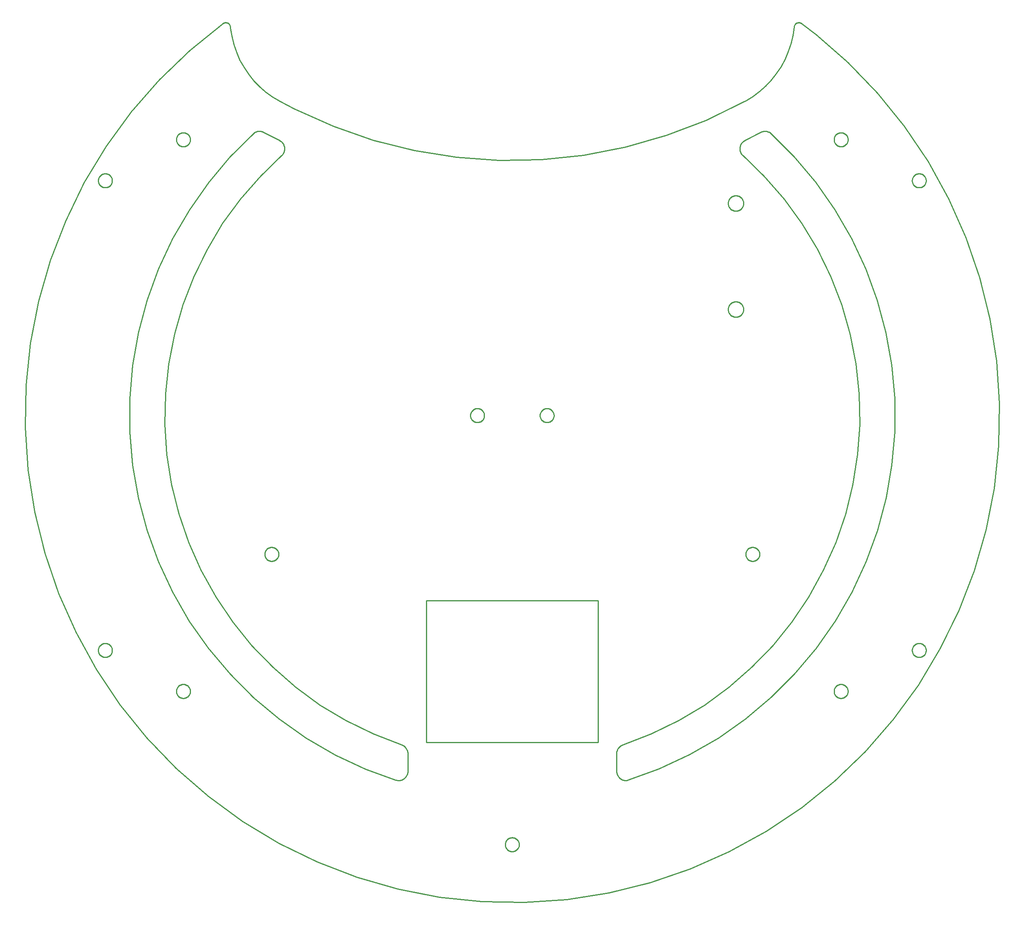
<source format=gbr>
G04 EAGLE Gerber RS-274X export*
G75*
%MOMM*%
%FSLAX34Y34*%
%LPD*%
%INDimensions*%
%IPPOS*%
%AMOC8*
5,1,8,0,0,1.08239X$1,22.5*%
G01*
%ADD10C,0.254000*%


D10*
X-623390Y844928D02*
X-694657Y787381D01*
X-760638Y723842D01*
X-820829Y654793D01*
X-874774Y580762D01*
X-922061Y502311D01*
X-962331Y420037D01*
X-995277Y334566D01*
X-1020648Y246549D01*
X-1038251Y156656D01*
X-1047953Y65570D01*
X-1049679Y-26014D01*
X-1043417Y-117401D01*
X-1029213Y-207893D01*
X-1007177Y-296804D01*
X-977475Y-383456D01*
X-940335Y-467189D01*
X-896037Y-547366D01*
X-844921Y-623378D01*
X-787374Y-694645D01*
X-723834Y-760626D01*
X-654786Y-820817D01*
X-580755Y-874762D01*
X-502304Y-922049D01*
X-420029Y-962319D01*
X-334559Y-995265D01*
X-246542Y-1020636D01*
X-156648Y-1038240D01*
X-65563Y-1047941D01*
X26022Y-1049667D01*
X117408Y-1043405D01*
X207901Y-1029202D01*
X296811Y-1007165D01*
X383463Y-977464D01*
X467196Y-940323D01*
X547373Y-896026D01*
X623385Y-844909D01*
X694652Y-787362D01*
X760633Y-723823D01*
X820825Y-654774D01*
X874769Y-580743D01*
X922057Y-502292D01*
X962326Y-420018D01*
X995272Y-334547D01*
X1020643Y-246530D01*
X1038247Y-156637D01*
X1047948Y-65551D01*
X1049675Y26033D01*
X1043412Y117420D01*
X1029209Y207912D01*
X1007172Y296823D01*
X977471Y383475D01*
X940330Y467208D01*
X896033Y547385D01*
X844916Y623397D01*
X787369Y694664D01*
X723830Y760645D01*
X654782Y820836D01*
X623379Y844932D01*
X622655Y845419D01*
X621892Y845841D01*
X621094Y846195D01*
X620269Y846477D01*
X619422Y846687D01*
X618560Y846823D01*
X617690Y846882D01*
X616818Y846866D01*
X615950Y846773D01*
X615094Y846606D01*
X614256Y846364D01*
X613442Y846050D01*
X612658Y845667D01*
X611911Y845216D01*
X611206Y844703D01*
X610549Y844129D01*
X609943Y843501D01*
X609395Y842822D01*
X608909Y842098D01*
X608487Y841335D01*
X608133Y840537D01*
X607850Y839712D01*
X607640Y838865D01*
X607505Y838003D01*
X607494Y837899D01*
X604878Y820009D01*
X600712Y802415D01*
X595029Y785250D01*
X587871Y768647D01*
X579294Y752730D01*
X569362Y737622D01*
X558151Y723436D01*
X545746Y710282D01*
X532243Y698259D01*
X517742Y687459D01*
X502356Y677963D01*
X500010Y676673D01*
X417644Y636605D01*
X332100Y603868D01*
X244028Y578712D01*
X154098Y561327D01*
X62996Y551846D01*
X-28586Y550341D01*
X-119951Y556824D01*
X-210403Y571245D01*
X-299254Y593495D01*
X-385828Y623404D01*
X-469466Y660744D01*
X-500023Y676651D01*
X-515531Y685948D01*
X-530170Y696562D01*
X-543828Y708411D01*
X-556402Y721406D01*
X-567795Y735447D01*
X-577921Y750427D01*
X-586703Y766234D01*
X-594074Y782745D01*
X-599978Y799836D01*
X-604369Y817376D01*
X-607216Y835233D01*
X-607504Y837894D01*
X-607630Y838757D01*
X-607831Y839606D01*
X-608105Y840434D01*
X-608450Y841236D01*
X-608864Y842004D01*
X-609343Y842733D01*
X-609884Y843417D01*
X-610483Y844052D01*
X-611134Y844632D01*
X-611834Y845153D01*
X-612576Y845612D01*
X-613355Y846003D01*
X-614166Y846326D01*
X-615002Y846576D01*
X-615856Y846753D01*
X-616722Y846855D01*
X-617594Y846880D01*
X-618465Y846830D01*
X-619328Y846704D01*
X-620177Y846503D01*
X-621005Y846229D01*
X-621807Y845883D01*
X-622575Y845470D01*
X-623304Y844991D01*
X-623390Y844928D01*
X-556939Y608489D02*
X-607852Y557631D01*
X-654139Y502530D01*
X-695447Y443604D01*
X-731462Y381302D01*
X-761911Y316099D01*
X-786560Y248489D01*
X-805224Y178989D01*
X-817759Y108126D01*
X-824070Y36441D01*
X-824109Y-35522D01*
X-817876Y-107214D01*
X-805419Y-178090D01*
X-786831Y-247611D01*
X-762256Y-315248D01*
X-731879Y-380485D01*
X-695931Y-442826D01*
X-654687Y-501797D01*
X-608461Y-556949D01*
X-557603Y-607862D01*
X-502502Y-654149D01*
X-443576Y-695457D01*
X-381274Y-731472D01*
X-316071Y-761921D01*
X-250520Y-785917D01*
X-248824Y-786328D01*
X-247099Y-786589D01*
X-245357Y-786699D01*
X-243613Y-786657D01*
X-241879Y-786463D01*
X-240168Y-786118D01*
X-238495Y-785626D01*
X-236870Y-784990D01*
X-235307Y-784214D01*
X-233817Y-783305D01*
X-232413Y-782270D01*
X-231104Y-781117D01*
X-229900Y-779853D01*
X-228811Y-778490D01*
X-227845Y-777037D01*
X-227010Y-775505D01*
X-226311Y-773906D01*
X-225754Y-772253D01*
X-225343Y-770557D01*
X-225082Y-768832D01*
X-224972Y-767090D01*
X-224968Y-766703D01*
X-224968Y-728805D01*
X-225045Y-727062D01*
X-225272Y-725332D01*
X-225650Y-723629D01*
X-226175Y-721965D01*
X-226842Y-720353D01*
X-227648Y-718805D01*
X-228586Y-717333D01*
X-229648Y-715949D01*
X-230827Y-714663D01*
X-232113Y-713484D01*
X-233497Y-712422D01*
X-234969Y-711484D01*
X-236517Y-710679D01*
X-238129Y-710011D01*
X-238596Y-709847D01*
X-299556Y-686354D01*
X-358235Y-657637D01*
X-414189Y-623916D01*
X-466991Y-585445D01*
X-516239Y-542520D01*
X-561558Y-495465D01*
X-602603Y-444640D01*
X-639063Y-390431D01*
X-670660Y-333250D01*
X-697152Y-273533D01*
X-718339Y-211734D01*
X-734059Y-148324D01*
X-744193Y-83785D01*
X-748664Y-18609D01*
X-747437Y46709D01*
X-740521Y111672D01*
X-727970Y175785D01*
X-709880Y238560D01*
X-686386Y299519D01*
X-657670Y358199D01*
X-623948Y414152D01*
X-585478Y466954D01*
X-542552Y516202D01*
X-497161Y560048D01*
X-495908Y561262D01*
X-494766Y562581D01*
X-493743Y563994D01*
X-492847Y565491D01*
X-492084Y567061D01*
X-491462Y568691D01*
X-490984Y570369D01*
X-490654Y572082D01*
X-490474Y573818D01*
X-490447Y575562D01*
X-490571Y577303D01*
X-490847Y579025D01*
X-491272Y580718D01*
X-491843Y582366D01*
X-492555Y583959D01*
X-493404Y585484D01*
X-494382Y586929D01*
X-495482Y588283D01*
X-496696Y589536D01*
X-498015Y590678D01*
X-499428Y591701D01*
X-500925Y592597D01*
X-501523Y592908D01*
X-535093Y610337D01*
X-536663Y611099D01*
X-538293Y611721D01*
X-539971Y612199D01*
X-541684Y612529D01*
X-543420Y612709D01*
X-545164Y612736D01*
X-546905Y612611D01*
X-548628Y612335D01*
X-550320Y611910D01*
X-551968Y611339D01*
X-553561Y610627D01*
X-555086Y609778D01*
X-556531Y608800D01*
X-556939Y608489D01*
X225032Y-766799D02*
X225037Y-767280D01*
X225155Y-769021D01*
X225425Y-770745D01*
X225843Y-772439D01*
X226408Y-774090D01*
X227114Y-775685D01*
X227957Y-777213D01*
X228929Y-778661D01*
X230024Y-780020D01*
X231234Y-781277D01*
X232548Y-782425D01*
X233958Y-783453D01*
X235451Y-784355D01*
X237018Y-785123D01*
X238645Y-785752D01*
X240322Y-786236D01*
X242033Y-786573D01*
X243768Y-786759D01*
X245513Y-786793D01*
X247253Y-786675D01*
X248977Y-786406D01*
X316569Y-761717D01*
X381752Y-731230D01*
X444031Y-695179D01*
X502929Y-653837D01*
X558001Y-607519D01*
X608826Y-556578D01*
X655018Y-501400D01*
X696225Y-442407D01*
X732134Y-380047D01*
X762471Y-314794D01*
X787006Y-247146D01*
X805551Y-177616D01*
X817965Y-106735D01*
X824155Y-35042D01*
X824073Y36918D01*
X817719Y108597D01*
X805142Y179449D01*
X786438Y248936D01*
X761749Y316528D01*
X731263Y381711D01*
X695212Y443989D01*
X653870Y502888D01*
X607552Y557960D01*
X556610Y608785D01*
X556560Y608823D01*
X555115Y609801D01*
X553590Y610649D01*
X551998Y611362D01*
X550349Y611933D01*
X548657Y612358D01*
X546934Y612634D01*
X545193Y612758D01*
X543449Y612731D01*
X541713Y612552D01*
X540000Y612222D01*
X538322Y611744D01*
X536692Y611121D01*
X535122Y610359D01*
X501516Y592911D01*
X500918Y592600D01*
X499421Y591704D01*
X498007Y590681D01*
X496689Y589538D01*
X495475Y588285D01*
X494374Y586931D01*
X493396Y585486D01*
X492548Y583962D01*
X491835Y582369D01*
X491265Y580720D01*
X490840Y579028D01*
X490564Y577305D01*
X490439Y575565D01*
X490467Y573820D01*
X490646Y572085D01*
X490976Y570371D01*
X491454Y568693D01*
X492077Y567064D01*
X492839Y565494D01*
X493735Y563997D01*
X494758Y562584D01*
X495901Y561265D01*
X497154Y560051D01*
X542454Y516296D01*
X585388Y467053D01*
X623866Y414255D01*
X657596Y358305D01*
X686322Y299627D01*
X709824Y238670D01*
X727923Y175896D01*
X740483Y111783D01*
X747408Y46820D01*
X748644Y-18500D01*
X744182Y-83679D01*
X734057Y-148220D01*
X718345Y-211634D01*
X697165Y-273437D01*
X670680Y-333159D01*
X639091Y-390346D01*
X602638Y-444561D01*
X561598Y-495394D01*
X516284Y-542456D01*
X467041Y-585389D01*
X414243Y-623867D01*
X358293Y-657598D01*
X299615Y-686323D01*
X238658Y-709825D01*
X238190Y-709989D01*
X236578Y-710657D01*
X235030Y-711462D01*
X233559Y-712400D01*
X232175Y-713462D01*
X230889Y-714641D01*
X229710Y-715927D01*
X228648Y-717311D01*
X227711Y-718783D01*
X226905Y-720330D01*
X226237Y-721942D01*
X225713Y-723606D01*
X225335Y-725310D01*
X225108Y-727039D01*
X225032Y-728782D01*
X225032Y-766799D01*
X-184968Y-704324D02*
X185032Y-704324D01*
X185032Y-399324D01*
X-184968Y-399324D01*
X-184968Y-704324D01*
X-861849Y505719D02*
X-861925Y504650D01*
X-862077Y503589D01*
X-862305Y502542D01*
X-862607Y501514D01*
X-862981Y500510D01*
X-863427Y499536D01*
X-863940Y498595D01*
X-864519Y497694D01*
X-865161Y496836D01*
X-865863Y496027D01*
X-866621Y495269D01*
X-867430Y494567D01*
X-868288Y493925D01*
X-869190Y493346D01*
X-870130Y492832D01*
X-871105Y492387D01*
X-872109Y492013D01*
X-873137Y491711D01*
X-874184Y491483D01*
X-875244Y491331D01*
X-876313Y491254D01*
X-877384Y491254D01*
X-878453Y491331D01*
X-879514Y491483D01*
X-880560Y491711D01*
X-881589Y492013D01*
X-882592Y492387D01*
X-883567Y492832D01*
X-884507Y493346D01*
X-885409Y493925D01*
X-886267Y494567D01*
X-887076Y495269D01*
X-887834Y496027D01*
X-888536Y496836D01*
X-889178Y497694D01*
X-889757Y498595D01*
X-890270Y499536D01*
X-890716Y500510D01*
X-891090Y501514D01*
X-891392Y502542D01*
X-891620Y503589D01*
X-891772Y504650D01*
X-891849Y505719D01*
X-891849Y506790D01*
X-891772Y507859D01*
X-891620Y508919D01*
X-891392Y509966D01*
X-891090Y510994D01*
X-890716Y511998D01*
X-890270Y512973D01*
X-889757Y513913D01*
X-889178Y514815D01*
X-888536Y515672D01*
X-887834Y516482D01*
X-887076Y517240D01*
X-886267Y517941D01*
X-885409Y518583D01*
X-884507Y519163D01*
X-883567Y519676D01*
X-882592Y520121D01*
X-881589Y520496D01*
X-880560Y520798D01*
X-879514Y521025D01*
X-878453Y521178D01*
X-877384Y521254D01*
X-876313Y521254D01*
X-875244Y521178D01*
X-874184Y521025D01*
X-873137Y520798D01*
X-872109Y520496D01*
X-871105Y520121D01*
X-870130Y519676D01*
X-869190Y519163D01*
X-868288Y518583D01*
X-867430Y517941D01*
X-866621Y517240D01*
X-865863Y516482D01*
X-865161Y515672D01*
X-864519Y514815D01*
X-863940Y513913D01*
X-863427Y512973D01*
X-862981Y511998D01*
X-862607Y510994D01*
X-862305Y509966D01*
X-862077Y508919D01*
X-861925Y507859D01*
X-861849Y506790D01*
X-861849Y505719D01*
X-693591Y594045D02*
X-693668Y592976D01*
X-693820Y591916D01*
X-694048Y590869D01*
X-694350Y589841D01*
X-694724Y588837D01*
X-695169Y587862D01*
X-695683Y586922D01*
X-696262Y586021D01*
X-696904Y585163D01*
X-697606Y584353D01*
X-698364Y583596D01*
X-699173Y582894D01*
X-700031Y582252D01*
X-700932Y581672D01*
X-701873Y581159D01*
X-702847Y580714D01*
X-703851Y580339D01*
X-704879Y580038D01*
X-705926Y579810D01*
X-706987Y579657D01*
X-708056Y579581D01*
X-709127Y579581D01*
X-710196Y579657D01*
X-711256Y579810D01*
X-712303Y580038D01*
X-713331Y580339D01*
X-714335Y580714D01*
X-715310Y581159D01*
X-716250Y581672D01*
X-717152Y582252D01*
X-718009Y582894D01*
X-718819Y583596D01*
X-719577Y584353D01*
X-720278Y585163D01*
X-720920Y586021D01*
X-721500Y586922D01*
X-722013Y587862D01*
X-722458Y588837D01*
X-722833Y589841D01*
X-723135Y590869D01*
X-723362Y591916D01*
X-723515Y592976D01*
X-723591Y594045D01*
X-723591Y595117D01*
X-723515Y596185D01*
X-723362Y597246D01*
X-723135Y598293D01*
X-722833Y599321D01*
X-722458Y600325D01*
X-722013Y601299D01*
X-721500Y602240D01*
X-720920Y603141D01*
X-720278Y603999D01*
X-719577Y604809D01*
X-718819Y605566D01*
X-718009Y606268D01*
X-717152Y606910D01*
X-716250Y607489D01*
X-715310Y608003D01*
X-714335Y608448D01*
X-713331Y608822D01*
X-712303Y609124D01*
X-711256Y609352D01*
X-710196Y609504D01*
X-709127Y609581D01*
X-708056Y609581D01*
X-706987Y609504D01*
X-705926Y609352D01*
X-704879Y609124D01*
X-703851Y608822D01*
X-702847Y608448D01*
X-701873Y608003D01*
X-700932Y607489D01*
X-700031Y606910D01*
X-699173Y606268D01*
X-698364Y605566D01*
X-697606Y604809D01*
X-696904Y603999D01*
X-696262Y603141D01*
X-695683Y602240D01*
X-695169Y601299D01*
X-694724Y600325D01*
X-694350Y599321D01*
X-694048Y598293D01*
X-693820Y597246D01*
X-693668Y596185D01*
X-693591Y595117D01*
X-693591Y594045D01*
X723591Y594045D02*
X723515Y592976D01*
X723362Y591916D01*
X723135Y590869D01*
X722833Y589841D01*
X722458Y588837D01*
X722013Y587862D01*
X721500Y586922D01*
X720920Y586021D01*
X720278Y585163D01*
X719577Y584353D01*
X718819Y583596D01*
X718009Y582894D01*
X717152Y582252D01*
X716250Y581672D01*
X715310Y581159D01*
X714335Y580714D01*
X713331Y580339D01*
X712303Y580038D01*
X711256Y579810D01*
X710196Y579657D01*
X709127Y579581D01*
X708056Y579581D01*
X706987Y579657D01*
X705926Y579810D01*
X704879Y580038D01*
X703851Y580339D01*
X702847Y580714D01*
X701873Y581159D01*
X700932Y581672D01*
X700031Y582252D01*
X699173Y582894D01*
X698364Y583596D01*
X697606Y584353D01*
X696904Y585163D01*
X696262Y586021D01*
X695683Y586922D01*
X695169Y587862D01*
X694724Y588837D01*
X694350Y589841D01*
X694048Y590869D01*
X693820Y591916D01*
X693668Y592976D01*
X693591Y594045D01*
X693591Y595117D01*
X693668Y596185D01*
X693820Y597246D01*
X694048Y598293D01*
X694350Y599321D01*
X694724Y600325D01*
X695169Y601299D01*
X695683Y602240D01*
X696262Y603141D01*
X696904Y603999D01*
X697606Y604809D01*
X698364Y605566D01*
X699173Y606268D01*
X700031Y606910D01*
X700932Y607489D01*
X701873Y608003D01*
X702847Y608448D01*
X703851Y608822D01*
X704879Y609124D01*
X705926Y609352D01*
X706987Y609504D01*
X708056Y609581D01*
X709127Y609581D01*
X710196Y609504D01*
X711256Y609352D01*
X712303Y609124D01*
X713331Y608822D01*
X714335Y608448D01*
X715310Y608003D01*
X716250Y607489D01*
X717152Y606910D01*
X718009Y606268D01*
X718819Y605566D01*
X719577Y604809D01*
X720278Y603999D01*
X720920Y603141D01*
X721500Y602240D01*
X722013Y601299D01*
X722458Y600325D01*
X722833Y599321D01*
X723135Y598293D01*
X723362Y597246D01*
X723515Y596185D01*
X723591Y595117D01*
X723591Y594045D01*
X891849Y505719D02*
X891772Y504650D01*
X891620Y503589D01*
X891392Y502542D01*
X891090Y501514D01*
X890716Y500510D01*
X890270Y499536D01*
X889757Y498595D01*
X889178Y497694D01*
X888536Y496836D01*
X887834Y496027D01*
X887076Y495269D01*
X886267Y494567D01*
X885409Y493925D01*
X884507Y493346D01*
X883567Y492832D01*
X882592Y492387D01*
X881589Y492013D01*
X880560Y491711D01*
X879514Y491483D01*
X878453Y491331D01*
X877384Y491254D01*
X876313Y491254D01*
X875244Y491331D01*
X874184Y491483D01*
X873137Y491711D01*
X872109Y492013D01*
X871105Y492387D01*
X870130Y492832D01*
X869190Y493346D01*
X868288Y493925D01*
X867430Y494567D01*
X866621Y495269D01*
X865863Y496027D01*
X865161Y496836D01*
X864519Y497694D01*
X863940Y498595D01*
X863427Y499536D01*
X862981Y500510D01*
X862607Y501514D01*
X862305Y502542D01*
X862077Y503589D01*
X861925Y504650D01*
X861849Y505719D01*
X861849Y506790D01*
X861925Y507859D01*
X862077Y508919D01*
X862305Y509966D01*
X862607Y510994D01*
X862981Y511998D01*
X863427Y512973D01*
X863940Y513913D01*
X864519Y514815D01*
X865161Y515672D01*
X865863Y516482D01*
X866621Y517240D01*
X867430Y517941D01*
X868288Y518583D01*
X869190Y519163D01*
X870130Y519676D01*
X871105Y520121D01*
X872109Y520496D01*
X873137Y520798D01*
X874184Y521025D01*
X875244Y521178D01*
X876313Y521254D01*
X877384Y521254D01*
X878453Y521178D01*
X879514Y521025D01*
X880560Y520798D01*
X881589Y520496D01*
X882592Y520121D01*
X883567Y519676D01*
X884507Y519163D01*
X885409Y518583D01*
X886267Y517941D01*
X887076Y517240D01*
X887834Y516482D01*
X888536Y515672D01*
X889178Y514815D01*
X889757Y513913D01*
X890270Y512973D01*
X890716Y511998D01*
X891090Y510994D01*
X891392Y509966D01*
X891620Y508919D01*
X891772Y507859D01*
X891849Y506790D01*
X891849Y505719D01*
X89999Y-536D02*
X89923Y-1604D01*
X89770Y-2665D01*
X89542Y-3712D01*
X89241Y-4740D01*
X88866Y-5744D01*
X88421Y-6719D01*
X87908Y-7659D01*
X87328Y-8560D01*
X86686Y-9418D01*
X85985Y-10228D01*
X85227Y-10985D01*
X84417Y-11687D01*
X83559Y-12329D01*
X82658Y-12908D01*
X81718Y-13422D01*
X80743Y-13867D01*
X79739Y-14241D01*
X78711Y-14543D01*
X77664Y-14771D01*
X76604Y-14924D01*
X75535Y-15000D01*
X74463Y-15000D01*
X73395Y-14924D01*
X72334Y-14771D01*
X71287Y-14543D01*
X70259Y-14241D01*
X69255Y-13867D01*
X68281Y-13422D01*
X67340Y-12908D01*
X66439Y-12329D01*
X65581Y-11687D01*
X64771Y-10985D01*
X64014Y-10228D01*
X63312Y-9418D01*
X62670Y-8560D01*
X62091Y-7659D01*
X61577Y-6719D01*
X61132Y-5744D01*
X60758Y-4740D01*
X60456Y-3712D01*
X60228Y-2665D01*
X60076Y-1604D01*
X59999Y-536D01*
X59999Y536D01*
X60076Y1604D01*
X60228Y2665D01*
X60456Y3712D01*
X60758Y4740D01*
X61132Y5744D01*
X61577Y6719D01*
X62091Y7659D01*
X62670Y8560D01*
X63312Y9418D01*
X64014Y10228D01*
X64771Y10985D01*
X65581Y11687D01*
X66439Y12329D01*
X67340Y12908D01*
X68281Y13422D01*
X69255Y13867D01*
X70259Y14241D01*
X71287Y14543D01*
X72334Y14771D01*
X73395Y14924D01*
X74463Y15000D01*
X75535Y15000D01*
X76604Y14924D01*
X77664Y14771D01*
X78711Y14543D01*
X79739Y14241D01*
X80743Y13867D01*
X81718Y13422D01*
X82658Y12908D01*
X83559Y12329D01*
X84417Y11687D01*
X85227Y10985D01*
X85985Y10228D01*
X86686Y9418D01*
X87328Y8560D01*
X87908Y7659D01*
X88421Y6719D01*
X88866Y5744D01*
X89241Y4740D01*
X89542Y3712D01*
X89770Y2665D01*
X89923Y1604D01*
X89999Y536D01*
X89999Y-536D01*
X-59999Y-536D02*
X-60076Y-1604D01*
X-60228Y-2665D01*
X-60456Y-3712D01*
X-60758Y-4740D01*
X-61132Y-5744D01*
X-61577Y-6719D01*
X-62091Y-7659D01*
X-62670Y-8560D01*
X-63312Y-9418D01*
X-64014Y-10228D01*
X-64771Y-10985D01*
X-65581Y-11687D01*
X-66439Y-12329D01*
X-67340Y-12908D01*
X-68281Y-13422D01*
X-69255Y-13867D01*
X-70259Y-14241D01*
X-71287Y-14543D01*
X-72334Y-14771D01*
X-73395Y-14924D01*
X-74463Y-15000D01*
X-75535Y-15000D01*
X-76604Y-14924D01*
X-77664Y-14771D01*
X-78711Y-14543D01*
X-79739Y-14241D01*
X-80743Y-13867D01*
X-81718Y-13422D01*
X-82658Y-12908D01*
X-83559Y-12329D01*
X-84417Y-11687D01*
X-85227Y-10985D01*
X-85985Y-10228D01*
X-86686Y-9418D01*
X-87328Y-8560D01*
X-87908Y-7659D01*
X-88421Y-6719D01*
X-88866Y-5744D01*
X-89241Y-4740D01*
X-89542Y-3712D01*
X-89770Y-2665D01*
X-89923Y-1604D01*
X-89999Y-536D01*
X-89999Y536D01*
X-89923Y1604D01*
X-89770Y2665D01*
X-89542Y3712D01*
X-89241Y4740D01*
X-88866Y5744D01*
X-88421Y6719D01*
X-87908Y7659D01*
X-87328Y8560D01*
X-86686Y9418D01*
X-85985Y10228D01*
X-85227Y10985D01*
X-84417Y11687D01*
X-83559Y12329D01*
X-82658Y12908D01*
X-81718Y13422D01*
X-80743Y13867D01*
X-79739Y14241D01*
X-78711Y14543D01*
X-77664Y14771D01*
X-76604Y14924D01*
X-75535Y15000D01*
X-74463Y15000D01*
X-73395Y14924D01*
X-72334Y14771D01*
X-71287Y14543D01*
X-70259Y14241D01*
X-69255Y13867D01*
X-68281Y13422D01*
X-67340Y12908D01*
X-66439Y12329D01*
X-65581Y11687D01*
X-64771Y10985D01*
X-64014Y10228D01*
X-63312Y9418D01*
X-62670Y8560D01*
X-62091Y7659D01*
X-61577Y6719D01*
X-61132Y5744D01*
X-60758Y4740D01*
X-60456Y3712D01*
X-60228Y2665D01*
X-60076Y1604D01*
X-59999Y536D01*
X-59999Y-536D01*
X-503179Y-299692D02*
X-503255Y-300761D01*
X-503407Y-301821D01*
X-503635Y-302868D01*
X-503937Y-303896D01*
X-504311Y-304900D01*
X-504757Y-305875D01*
X-505270Y-306815D01*
X-505849Y-307716D01*
X-506491Y-308574D01*
X-507193Y-309384D01*
X-507951Y-310142D01*
X-508760Y-310843D01*
X-509618Y-311485D01*
X-510520Y-312065D01*
X-511460Y-312578D01*
X-512435Y-313023D01*
X-513439Y-313398D01*
X-514467Y-313700D01*
X-515514Y-313927D01*
X-516574Y-314080D01*
X-517643Y-314156D01*
X-518714Y-314156D01*
X-519783Y-314080D01*
X-520844Y-313927D01*
X-521890Y-313700D01*
X-522919Y-313398D01*
X-523922Y-313023D01*
X-524897Y-312578D01*
X-525837Y-312065D01*
X-526739Y-311485D01*
X-527597Y-310843D01*
X-528406Y-310142D01*
X-529164Y-309384D01*
X-529866Y-308574D01*
X-530508Y-307716D01*
X-531087Y-306815D01*
X-531600Y-305875D01*
X-532046Y-304900D01*
X-532420Y-303896D01*
X-532722Y-302868D01*
X-532950Y-301821D01*
X-533102Y-300761D01*
X-533179Y-299692D01*
X-533179Y-298620D01*
X-533102Y-297552D01*
X-532950Y-296491D01*
X-532722Y-295444D01*
X-532420Y-294416D01*
X-532046Y-293412D01*
X-531600Y-292438D01*
X-531087Y-291497D01*
X-530508Y-290596D01*
X-529866Y-289738D01*
X-529164Y-288928D01*
X-528406Y-288171D01*
X-527597Y-287469D01*
X-526739Y-286827D01*
X-525837Y-286248D01*
X-524897Y-285734D01*
X-523922Y-285289D01*
X-522919Y-284915D01*
X-521890Y-284613D01*
X-520844Y-284385D01*
X-519783Y-284233D01*
X-518714Y-284156D01*
X-517643Y-284156D01*
X-516574Y-284233D01*
X-515514Y-284385D01*
X-514467Y-284613D01*
X-513439Y-284915D01*
X-512435Y-285289D01*
X-511460Y-285734D01*
X-510520Y-286248D01*
X-509618Y-286827D01*
X-508760Y-287469D01*
X-507951Y-288171D01*
X-507193Y-288928D01*
X-506491Y-289738D01*
X-505849Y-290596D01*
X-505270Y-291497D01*
X-504757Y-292438D01*
X-504311Y-293412D01*
X-503937Y-294416D01*
X-503635Y-295444D01*
X-503407Y-296491D01*
X-503255Y-297552D01*
X-503179Y-298620D01*
X-503179Y-299692D01*
X-861853Y-506781D02*
X-861929Y-507850D01*
X-862082Y-508911D01*
X-862310Y-509958D01*
X-862611Y-510986D01*
X-862986Y-511990D01*
X-863431Y-512964D01*
X-863944Y-513905D01*
X-864524Y-514806D01*
X-865166Y-515664D01*
X-865868Y-516473D01*
X-866625Y-517231D01*
X-867435Y-517933D01*
X-868293Y-518575D01*
X-869194Y-519154D01*
X-870134Y-519668D01*
X-871109Y-520113D01*
X-872113Y-520487D01*
X-873141Y-520789D01*
X-874188Y-521017D01*
X-875248Y-521169D01*
X-876317Y-521246D01*
X-877389Y-521246D01*
X-878457Y-521169D01*
X-879518Y-521017D01*
X-880565Y-520789D01*
X-881593Y-520487D01*
X-882597Y-520113D01*
X-883571Y-519668D01*
X-884512Y-519154D01*
X-885413Y-518575D01*
X-886271Y-517933D01*
X-887081Y-517231D01*
X-887838Y-516473D01*
X-888540Y-515664D01*
X-889182Y-514806D01*
X-889761Y-513905D01*
X-890275Y-512964D01*
X-890720Y-511990D01*
X-891094Y-510986D01*
X-891396Y-509958D01*
X-891624Y-508911D01*
X-891776Y-507850D01*
X-891853Y-506781D01*
X-891853Y-505710D01*
X-891776Y-504641D01*
X-891624Y-503581D01*
X-891396Y-502534D01*
X-891094Y-501506D01*
X-890720Y-500502D01*
X-890275Y-499527D01*
X-889761Y-498587D01*
X-889182Y-497685D01*
X-888540Y-496828D01*
X-887838Y-496018D01*
X-887081Y-495260D01*
X-886271Y-494559D01*
X-885413Y-493917D01*
X-884512Y-493337D01*
X-883571Y-492824D01*
X-882597Y-492379D01*
X-881593Y-492004D01*
X-880565Y-491702D01*
X-879518Y-491475D01*
X-878457Y-491322D01*
X-877389Y-491246D01*
X-876317Y-491246D01*
X-875248Y-491322D01*
X-874188Y-491475D01*
X-873141Y-491702D01*
X-872113Y-492004D01*
X-871109Y-492379D01*
X-870134Y-492824D01*
X-869194Y-493337D01*
X-868293Y-493917D01*
X-867435Y-494559D01*
X-866625Y-495260D01*
X-865868Y-496018D01*
X-865166Y-496828D01*
X-864524Y-497685D01*
X-863944Y-498587D01*
X-863431Y-499527D01*
X-862986Y-500502D01*
X-862611Y-501506D01*
X-862310Y-502534D01*
X-862082Y-503581D01*
X-861929Y-504641D01*
X-861853Y-505710D01*
X-861853Y-506781D01*
X-693591Y-595112D02*
X-693668Y-596181D01*
X-693820Y-597241D01*
X-694048Y-598288D01*
X-694350Y-599316D01*
X-694724Y-600320D01*
X-695169Y-601295D01*
X-695683Y-602235D01*
X-696262Y-603136D01*
X-696904Y-603994D01*
X-697606Y-604804D01*
X-698364Y-605562D01*
X-699173Y-606263D01*
X-700031Y-606905D01*
X-700932Y-607485D01*
X-701873Y-607998D01*
X-702847Y-608443D01*
X-703851Y-608818D01*
X-704879Y-609120D01*
X-705926Y-609347D01*
X-706987Y-609500D01*
X-708056Y-609576D01*
X-709127Y-609576D01*
X-710196Y-609500D01*
X-711256Y-609347D01*
X-712303Y-609120D01*
X-713331Y-608818D01*
X-714335Y-608443D01*
X-715310Y-607998D01*
X-716250Y-607485D01*
X-717152Y-606905D01*
X-718009Y-606263D01*
X-718819Y-605562D01*
X-719577Y-604804D01*
X-720278Y-603994D01*
X-720920Y-603136D01*
X-721500Y-602235D01*
X-722013Y-601295D01*
X-722458Y-600320D01*
X-722833Y-599316D01*
X-723135Y-598288D01*
X-723362Y-597241D01*
X-723515Y-596181D01*
X-723591Y-595112D01*
X-723591Y-594040D01*
X-723515Y-592972D01*
X-723362Y-591911D01*
X-723135Y-590864D01*
X-722833Y-589836D01*
X-722458Y-588832D01*
X-722013Y-587858D01*
X-721500Y-586917D01*
X-720920Y-586016D01*
X-720278Y-585158D01*
X-719577Y-584348D01*
X-718819Y-583591D01*
X-718009Y-582889D01*
X-717152Y-582247D01*
X-716250Y-581668D01*
X-715310Y-581154D01*
X-714335Y-580709D01*
X-713331Y-580335D01*
X-712303Y-580033D01*
X-711256Y-579805D01*
X-710196Y-579653D01*
X-709127Y-579576D01*
X-708056Y-579576D01*
X-706987Y-579653D01*
X-705926Y-579805D01*
X-704879Y-580033D01*
X-703851Y-580335D01*
X-702847Y-580709D01*
X-701873Y-581154D01*
X-700932Y-581668D01*
X-700031Y-582247D01*
X-699173Y-582889D01*
X-698364Y-583591D01*
X-697606Y-584348D01*
X-696904Y-585158D01*
X-696262Y-586016D01*
X-695683Y-586917D01*
X-695169Y-587858D01*
X-694724Y-588832D01*
X-694350Y-589836D01*
X-694048Y-590864D01*
X-693820Y-591911D01*
X-693668Y-592972D01*
X-693591Y-594040D01*
X-693591Y-595112D01*
X15000Y-925533D02*
X14924Y-926602D01*
X14771Y-927663D01*
X14543Y-928710D01*
X14241Y-929738D01*
X13867Y-930742D01*
X13422Y-931716D01*
X12908Y-932657D01*
X12329Y-933558D01*
X11687Y-934416D01*
X10985Y-935225D01*
X10228Y-935983D01*
X9418Y-936685D01*
X8560Y-937327D01*
X7659Y-937906D01*
X6719Y-938420D01*
X5744Y-938865D01*
X4740Y-939239D01*
X3712Y-939541D01*
X2665Y-939769D01*
X1604Y-939921D01*
X536Y-939998D01*
X-536Y-939998D01*
X-1604Y-939921D01*
X-2665Y-939769D01*
X-3712Y-939541D01*
X-4740Y-939239D01*
X-5744Y-938865D01*
X-6719Y-938420D01*
X-7659Y-937906D01*
X-8560Y-937327D01*
X-9418Y-936685D01*
X-10228Y-935983D01*
X-10985Y-935225D01*
X-11687Y-934416D01*
X-12329Y-933558D01*
X-12908Y-932657D01*
X-13422Y-931716D01*
X-13867Y-930742D01*
X-14241Y-929738D01*
X-14543Y-928710D01*
X-14771Y-927663D01*
X-14924Y-926602D01*
X-15000Y-925533D01*
X-15000Y-924462D01*
X-14924Y-923393D01*
X-14771Y-922333D01*
X-14543Y-921286D01*
X-14241Y-920258D01*
X-13867Y-919254D01*
X-13422Y-918279D01*
X-12908Y-917339D01*
X-12329Y-916437D01*
X-11687Y-915580D01*
X-10985Y-914770D01*
X-10228Y-914012D01*
X-9418Y-913311D01*
X-8560Y-912668D01*
X-7659Y-912089D01*
X-6719Y-911576D01*
X-5744Y-911131D01*
X-4740Y-910756D01*
X-3712Y-910454D01*
X-2665Y-910227D01*
X-1604Y-910074D01*
X-536Y-909998D01*
X536Y-909998D01*
X1604Y-910074D01*
X2665Y-910227D01*
X3712Y-910454D01*
X4740Y-910756D01*
X5744Y-911131D01*
X6719Y-911576D01*
X7659Y-912089D01*
X8560Y-912668D01*
X9418Y-913311D01*
X10228Y-914012D01*
X10985Y-914770D01*
X11687Y-915580D01*
X12329Y-916437D01*
X12908Y-917339D01*
X13422Y-918279D01*
X13867Y-919254D01*
X14241Y-920258D01*
X14543Y-921286D01*
X14771Y-922333D01*
X14924Y-923393D01*
X15000Y-924462D01*
X15000Y-925533D01*
X723591Y-595112D02*
X723515Y-596181D01*
X723362Y-597241D01*
X723135Y-598288D01*
X722833Y-599316D01*
X722458Y-600320D01*
X722013Y-601295D01*
X721500Y-602235D01*
X720920Y-603136D01*
X720278Y-603994D01*
X719577Y-604804D01*
X718819Y-605562D01*
X718009Y-606263D01*
X717152Y-606905D01*
X716250Y-607485D01*
X715310Y-607998D01*
X714335Y-608443D01*
X713331Y-608818D01*
X712303Y-609120D01*
X711256Y-609347D01*
X710196Y-609500D01*
X709127Y-609576D01*
X708056Y-609576D01*
X706987Y-609500D01*
X705926Y-609347D01*
X704879Y-609120D01*
X703851Y-608818D01*
X702847Y-608443D01*
X701873Y-607998D01*
X700932Y-607485D01*
X700031Y-606905D01*
X699173Y-606263D01*
X698364Y-605562D01*
X697606Y-604804D01*
X696904Y-603994D01*
X696262Y-603136D01*
X695683Y-602235D01*
X695169Y-601295D01*
X694724Y-600320D01*
X694350Y-599316D01*
X694048Y-598288D01*
X693820Y-597241D01*
X693668Y-596181D01*
X693591Y-595112D01*
X693591Y-594040D01*
X693668Y-592972D01*
X693820Y-591911D01*
X694048Y-590864D01*
X694350Y-589836D01*
X694724Y-588832D01*
X695169Y-587858D01*
X695683Y-586917D01*
X696262Y-586016D01*
X696904Y-585158D01*
X697606Y-584348D01*
X698364Y-583591D01*
X699173Y-582889D01*
X700031Y-582247D01*
X700932Y-581668D01*
X701873Y-581154D01*
X702847Y-580709D01*
X703851Y-580335D01*
X704879Y-580033D01*
X705926Y-579805D01*
X706987Y-579653D01*
X708056Y-579576D01*
X709127Y-579576D01*
X710196Y-579653D01*
X711256Y-579805D01*
X712303Y-580033D01*
X713331Y-580335D01*
X714335Y-580709D01*
X715310Y-581154D01*
X716250Y-581668D01*
X717152Y-582247D01*
X718009Y-582889D01*
X718819Y-583591D01*
X719577Y-584348D01*
X720278Y-585158D01*
X720920Y-586016D01*
X721500Y-586917D01*
X722013Y-587858D01*
X722458Y-588832D01*
X722833Y-589836D01*
X723135Y-590864D01*
X723362Y-591911D01*
X723515Y-592972D01*
X723591Y-594040D01*
X723591Y-595112D01*
X891853Y-506781D02*
X891776Y-507850D01*
X891624Y-508911D01*
X891396Y-509958D01*
X891094Y-510986D01*
X890720Y-511990D01*
X890275Y-512964D01*
X889761Y-513905D01*
X889182Y-514806D01*
X888540Y-515664D01*
X887838Y-516473D01*
X887081Y-517231D01*
X886271Y-517933D01*
X885413Y-518575D01*
X884512Y-519154D01*
X883571Y-519668D01*
X882597Y-520113D01*
X881593Y-520487D01*
X880565Y-520789D01*
X879518Y-521017D01*
X878457Y-521169D01*
X877389Y-521246D01*
X876317Y-521246D01*
X875248Y-521169D01*
X874188Y-521017D01*
X873141Y-520789D01*
X872113Y-520487D01*
X871109Y-520113D01*
X870134Y-519668D01*
X869194Y-519154D01*
X868293Y-518575D01*
X867435Y-517933D01*
X866625Y-517231D01*
X865868Y-516473D01*
X865166Y-515664D01*
X864524Y-514806D01*
X863944Y-513905D01*
X863431Y-512964D01*
X862986Y-511990D01*
X862611Y-510986D01*
X862310Y-509958D01*
X862082Y-508911D01*
X861929Y-507850D01*
X861853Y-506781D01*
X861853Y-505710D01*
X861929Y-504641D01*
X862082Y-503581D01*
X862310Y-502534D01*
X862611Y-501506D01*
X862986Y-500502D01*
X863431Y-499527D01*
X863944Y-498587D01*
X864524Y-497685D01*
X865166Y-496828D01*
X865868Y-496018D01*
X866625Y-495260D01*
X867435Y-494559D01*
X868293Y-493917D01*
X869194Y-493337D01*
X870134Y-492824D01*
X871109Y-492379D01*
X872113Y-492004D01*
X873141Y-491702D01*
X874188Y-491475D01*
X875248Y-491322D01*
X876317Y-491246D01*
X877389Y-491246D01*
X878457Y-491322D01*
X879518Y-491475D01*
X880565Y-491702D01*
X881593Y-492004D01*
X882597Y-492379D01*
X883571Y-492824D01*
X884512Y-493337D01*
X885413Y-493917D01*
X886271Y-494559D01*
X887081Y-495260D01*
X887838Y-496018D01*
X888540Y-496828D01*
X889182Y-497685D01*
X889761Y-498587D01*
X890275Y-499527D01*
X890720Y-500502D01*
X891094Y-501506D01*
X891396Y-502534D01*
X891624Y-503581D01*
X891776Y-504641D01*
X891853Y-505710D01*
X891853Y-506781D01*
X533179Y-299692D02*
X533102Y-300761D01*
X532950Y-301821D01*
X532722Y-302868D01*
X532420Y-303896D01*
X532046Y-304900D01*
X531600Y-305875D01*
X531087Y-306815D01*
X530508Y-307716D01*
X529866Y-308574D01*
X529164Y-309384D01*
X528406Y-310142D01*
X527597Y-310843D01*
X526739Y-311485D01*
X525837Y-312065D01*
X524897Y-312578D01*
X523922Y-313023D01*
X522919Y-313398D01*
X521890Y-313700D01*
X520844Y-313927D01*
X519783Y-314080D01*
X518714Y-314156D01*
X517643Y-314156D01*
X516574Y-314080D01*
X515514Y-313927D01*
X514467Y-313700D01*
X513439Y-313398D01*
X512435Y-313023D01*
X511460Y-312578D01*
X510520Y-312065D01*
X509618Y-311485D01*
X508760Y-310843D01*
X507951Y-310142D01*
X507193Y-309384D01*
X506491Y-308574D01*
X505849Y-307716D01*
X505270Y-306815D01*
X504757Y-305875D01*
X504311Y-304900D01*
X503937Y-303896D01*
X503635Y-302868D01*
X503407Y-301821D01*
X503255Y-300761D01*
X503179Y-299692D01*
X503179Y-298620D01*
X503255Y-297552D01*
X503407Y-296491D01*
X503635Y-295444D01*
X503937Y-294416D01*
X504311Y-293412D01*
X504757Y-292438D01*
X505270Y-291497D01*
X505849Y-290596D01*
X506491Y-289738D01*
X507193Y-288928D01*
X507951Y-288171D01*
X508760Y-287469D01*
X509618Y-286827D01*
X510520Y-286248D01*
X511460Y-285734D01*
X512435Y-285289D01*
X513439Y-284915D01*
X514467Y-284613D01*
X515514Y-284385D01*
X516574Y-284233D01*
X517643Y-284156D01*
X518714Y-284156D01*
X519783Y-284233D01*
X520844Y-284385D01*
X521890Y-284613D01*
X522919Y-284915D01*
X523922Y-285289D01*
X524897Y-285734D01*
X525837Y-286248D01*
X526739Y-286827D01*
X527597Y-287469D01*
X528406Y-288171D01*
X529164Y-288928D01*
X529866Y-289738D01*
X530508Y-290596D01*
X531087Y-291497D01*
X531600Y-292438D01*
X532046Y-293412D01*
X532420Y-294416D01*
X532722Y-295444D01*
X532950Y-296491D01*
X533102Y-297552D01*
X533179Y-298620D01*
X533179Y-299692D01*
X465490Y457740D02*
X465561Y458819D01*
X465702Y459891D01*
X465913Y460951D01*
X466192Y461995D01*
X466540Y463019D01*
X466954Y464017D01*
X467432Y464987D01*
X467972Y465923D01*
X468573Y466822D01*
X469231Y467679D01*
X469944Y468492D01*
X470708Y469257D01*
X471521Y469969D01*
X472378Y470627D01*
X473277Y471228D01*
X474213Y471768D01*
X475183Y472246D01*
X476181Y472660D01*
X477205Y473008D01*
X478249Y473287D01*
X479309Y473498D01*
X480381Y473639D01*
X481460Y473710D01*
X482540Y473710D01*
X483619Y473639D01*
X484691Y473498D01*
X485751Y473287D01*
X486795Y473008D01*
X487819Y472660D01*
X488817Y472246D01*
X489787Y471768D01*
X490723Y471228D01*
X491622Y470627D01*
X492479Y469969D01*
X493292Y469257D01*
X494057Y468492D01*
X494769Y467679D01*
X495427Y466822D01*
X496028Y465923D01*
X496568Y464987D01*
X497046Y464017D01*
X497460Y463019D01*
X497808Y461995D01*
X498087Y460951D01*
X498298Y459891D01*
X498439Y458819D01*
X498510Y457740D01*
X498510Y456660D01*
X498439Y455581D01*
X498298Y454509D01*
X498087Y453449D01*
X497808Y452405D01*
X497460Y451381D01*
X497046Y450383D01*
X496568Y449413D01*
X496028Y448477D01*
X495427Y447578D01*
X494769Y446721D01*
X494057Y445908D01*
X493292Y445144D01*
X492479Y444431D01*
X491622Y443773D01*
X490723Y443172D01*
X489787Y442632D01*
X488817Y442154D01*
X487819Y441740D01*
X486795Y441392D01*
X485751Y441113D01*
X484691Y440902D01*
X483619Y440761D01*
X482540Y440690D01*
X481460Y440690D01*
X480381Y440761D01*
X479309Y440902D01*
X478249Y441113D01*
X477205Y441392D01*
X476181Y441740D01*
X475183Y442154D01*
X474213Y442632D01*
X473277Y443172D01*
X472378Y443773D01*
X471521Y444431D01*
X470708Y445144D01*
X469944Y445908D01*
X469231Y446721D01*
X468573Y447578D01*
X467972Y448477D01*
X467432Y449413D01*
X466954Y450383D01*
X466540Y451381D01*
X466192Y452405D01*
X465913Y453449D01*
X465702Y454509D01*
X465561Y455581D01*
X465490Y456660D01*
X465490Y457740D01*
X465490Y229140D02*
X465561Y230219D01*
X465702Y231291D01*
X465913Y232351D01*
X466192Y233395D01*
X466540Y234419D01*
X466954Y235417D01*
X467432Y236387D01*
X467972Y237323D01*
X468573Y238222D01*
X469231Y239079D01*
X469944Y239892D01*
X470708Y240657D01*
X471521Y241369D01*
X472378Y242027D01*
X473277Y242628D01*
X474213Y243168D01*
X475183Y243646D01*
X476181Y244060D01*
X477205Y244408D01*
X478249Y244687D01*
X479309Y244898D01*
X480381Y245039D01*
X481460Y245110D01*
X482540Y245110D01*
X483619Y245039D01*
X484691Y244898D01*
X485751Y244687D01*
X486795Y244408D01*
X487819Y244060D01*
X488817Y243646D01*
X489787Y243168D01*
X490723Y242628D01*
X491622Y242027D01*
X492479Y241369D01*
X493292Y240657D01*
X494057Y239892D01*
X494769Y239079D01*
X495427Y238222D01*
X496028Y237323D01*
X496568Y236387D01*
X497046Y235417D01*
X497460Y234419D01*
X497808Y233395D01*
X498087Y232351D01*
X498298Y231291D01*
X498439Y230219D01*
X498510Y229140D01*
X498510Y228060D01*
X498439Y226981D01*
X498298Y225909D01*
X498087Y224849D01*
X497808Y223805D01*
X497460Y222781D01*
X497046Y221783D01*
X496568Y220813D01*
X496028Y219877D01*
X495427Y218978D01*
X494769Y218121D01*
X494057Y217308D01*
X493292Y216544D01*
X492479Y215831D01*
X491622Y215173D01*
X490723Y214572D01*
X489787Y214032D01*
X488817Y213554D01*
X487819Y213140D01*
X486795Y212792D01*
X485751Y212513D01*
X484691Y212302D01*
X483619Y212161D01*
X482540Y212090D01*
X481460Y212090D01*
X480381Y212161D01*
X479309Y212302D01*
X478249Y212513D01*
X477205Y212792D01*
X476181Y213140D01*
X475183Y213554D01*
X474213Y214032D01*
X473277Y214572D01*
X472378Y215173D01*
X471521Y215831D01*
X470708Y216544D01*
X469944Y217308D01*
X469231Y218121D01*
X468573Y218978D01*
X467972Y219877D01*
X467432Y220813D01*
X466954Y221783D01*
X466540Y222781D01*
X466192Y223805D01*
X465913Y224849D01*
X465702Y225909D01*
X465561Y226981D01*
X465490Y228060D01*
X465490Y229140D01*
M02*

</source>
